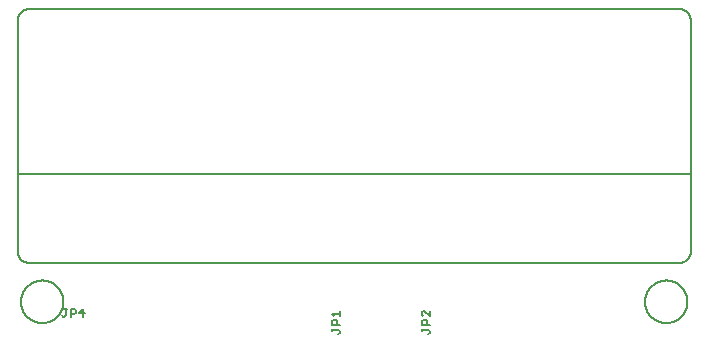
<source format=gbr>
G04 EAGLE Gerber RS-274X export*
G75*
%MOMM*%
%FSLAX34Y34*%
%LPD*%
%INSilkscreen Top*%
%IPPOS*%
%AMOC8*
5,1,8,0,0,1.08239X$1,22.5*%
G01*
%ADD10C,0.127000*%
%ADD11C,0.152400*%
%ADD12C,0.203200*%


D10*
X-285000Y0D02*
X285000Y0D01*
X285000Y130000D01*
X284997Y130242D01*
X284988Y130483D01*
X284974Y130724D01*
X284953Y130965D01*
X284927Y131205D01*
X284895Y131445D01*
X284857Y131684D01*
X284814Y131921D01*
X284764Y132158D01*
X284709Y132393D01*
X284649Y132627D01*
X284582Y132859D01*
X284511Y133090D01*
X284433Y133319D01*
X284350Y133546D01*
X284262Y133771D01*
X284168Y133994D01*
X284069Y134214D01*
X283964Y134432D01*
X283855Y134647D01*
X283740Y134860D01*
X283620Y135070D01*
X283495Y135276D01*
X283365Y135480D01*
X283230Y135681D01*
X283090Y135878D01*
X282946Y136072D01*
X282797Y136262D01*
X282643Y136448D01*
X282485Y136631D01*
X282323Y136810D01*
X282156Y136985D01*
X281985Y137156D01*
X281810Y137323D01*
X281631Y137485D01*
X281448Y137643D01*
X281262Y137797D01*
X281072Y137946D01*
X280878Y138090D01*
X280681Y138230D01*
X280480Y138365D01*
X280276Y138495D01*
X280070Y138620D01*
X279860Y138740D01*
X279647Y138855D01*
X279432Y138964D01*
X279214Y139069D01*
X278994Y139168D01*
X278771Y139262D01*
X278546Y139350D01*
X278319Y139433D01*
X278090Y139511D01*
X277859Y139582D01*
X277627Y139649D01*
X277393Y139709D01*
X277158Y139764D01*
X276921Y139814D01*
X276684Y139857D01*
X276445Y139895D01*
X276205Y139927D01*
X275965Y139953D01*
X275724Y139974D01*
X275483Y139988D01*
X275242Y139997D01*
X275000Y140000D01*
X-275000Y140000D01*
X-275242Y139997D01*
X-275483Y139988D01*
X-275724Y139974D01*
X-275965Y139953D01*
X-276205Y139927D01*
X-276445Y139895D01*
X-276684Y139857D01*
X-276921Y139814D01*
X-277158Y139764D01*
X-277393Y139709D01*
X-277627Y139649D01*
X-277859Y139582D01*
X-278090Y139511D01*
X-278319Y139433D01*
X-278546Y139350D01*
X-278771Y139262D01*
X-278994Y139168D01*
X-279214Y139069D01*
X-279432Y138964D01*
X-279647Y138855D01*
X-279860Y138740D01*
X-280070Y138620D01*
X-280276Y138495D01*
X-280480Y138365D01*
X-280681Y138230D01*
X-280878Y138090D01*
X-281072Y137946D01*
X-281262Y137797D01*
X-281448Y137643D01*
X-281631Y137485D01*
X-281810Y137323D01*
X-281985Y137156D01*
X-282156Y136985D01*
X-282323Y136810D01*
X-282485Y136631D01*
X-282643Y136448D01*
X-282797Y136262D01*
X-282946Y136072D01*
X-283090Y135878D01*
X-283230Y135681D01*
X-283365Y135480D01*
X-283495Y135276D01*
X-283620Y135070D01*
X-283740Y134860D01*
X-283855Y134647D01*
X-283964Y134432D01*
X-284069Y134214D01*
X-284168Y133994D01*
X-284262Y133771D01*
X-284350Y133546D01*
X-284433Y133319D01*
X-284511Y133090D01*
X-284582Y132859D01*
X-284649Y132627D01*
X-284709Y132393D01*
X-284764Y132158D01*
X-284814Y131921D01*
X-284857Y131684D01*
X-284895Y131445D01*
X-284927Y131205D01*
X-284953Y130965D01*
X-284974Y130724D01*
X-284988Y130483D01*
X-284997Y130242D01*
X-285000Y130000D01*
X-285000Y0D01*
X-285000Y-65000D01*
X-284997Y-65242D01*
X-284988Y-65483D01*
X-284974Y-65724D01*
X-284953Y-65965D01*
X-284927Y-66205D01*
X-284895Y-66445D01*
X-284857Y-66684D01*
X-284814Y-66921D01*
X-284764Y-67158D01*
X-284709Y-67393D01*
X-284649Y-67627D01*
X-284582Y-67859D01*
X-284511Y-68090D01*
X-284433Y-68319D01*
X-284350Y-68546D01*
X-284262Y-68771D01*
X-284168Y-68994D01*
X-284069Y-69214D01*
X-283964Y-69432D01*
X-283855Y-69647D01*
X-283740Y-69860D01*
X-283620Y-70070D01*
X-283495Y-70276D01*
X-283365Y-70480D01*
X-283230Y-70681D01*
X-283090Y-70878D01*
X-282946Y-71072D01*
X-282797Y-71262D01*
X-282643Y-71448D01*
X-282485Y-71631D01*
X-282323Y-71810D01*
X-282156Y-71985D01*
X-281985Y-72156D01*
X-281810Y-72323D01*
X-281631Y-72485D01*
X-281448Y-72643D01*
X-281262Y-72797D01*
X-281072Y-72946D01*
X-280878Y-73090D01*
X-280681Y-73230D01*
X-280480Y-73365D01*
X-280276Y-73495D01*
X-280070Y-73620D01*
X-279860Y-73740D01*
X-279647Y-73855D01*
X-279432Y-73964D01*
X-279214Y-74069D01*
X-278994Y-74168D01*
X-278771Y-74262D01*
X-278546Y-74350D01*
X-278319Y-74433D01*
X-278090Y-74511D01*
X-277859Y-74582D01*
X-277627Y-74649D01*
X-277393Y-74709D01*
X-277158Y-74764D01*
X-276921Y-74814D01*
X-276684Y-74857D01*
X-276445Y-74895D01*
X-276205Y-74927D01*
X-275965Y-74953D01*
X-275724Y-74974D01*
X-275483Y-74988D01*
X-275242Y-74997D01*
X-275000Y-75000D01*
X275000Y-75000D01*
X275242Y-74997D01*
X275483Y-74988D01*
X275724Y-74974D01*
X275965Y-74953D01*
X276205Y-74927D01*
X276445Y-74895D01*
X276684Y-74857D01*
X276921Y-74814D01*
X277158Y-74764D01*
X277393Y-74709D01*
X277627Y-74649D01*
X277859Y-74582D01*
X278090Y-74511D01*
X278319Y-74433D01*
X278546Y-74350D01*
X278771Y-74262D01*
X278994Y-74168D01*
X279214Y-74069D01*
X279432Y-73964D01*
X279647Y-73855D01*
X279860Y-73740D01*
X280070Y-73620D01*
X280276Y-73495D01*
X280480Y-73365D01*
X280681Y-73230D01*
X280878Y-73090D01*
X281072Y-72946D01*
X281262Y-72797D01*
X281448Y-72643D01*
X281631Y-72485D01*
X281810Y-72323D01*
X281985Y-72156D01*
X282156Y-71985D01*
X282323Y-71810D01*
X282485Y-71631D01*
X282643Y-71448D01*
X282797Y-71262D01*
X282946Y-71072D01*
X283090Y-70878D01*
X283230Y-70681D01*
X283365Y-70480D01*
X283495Y-70276D01*
X283620Y-70070D01*
X283740Y-69860D01*
X283855Y-69647D01*
X283964Y-69432D01*
X284069Y-69214D01*
X284168Y-68994D01*
X284262Y-68771D01*
X284350Y-68546D01*
X284433Y-68319D01*
X284511Y-68090D01*
X284582Y-67859D01*
X284649Y-67627D01*
X284709Y-67393D01*
X284764Y-67158D01*
X284814Y-66921D01*
X284857Y-66684D01*
X284895Y-66445D01*
X284927Y-66205D01*
X284953Y-65965D01*
X284974Y-65724D01*
X284988Y-65483D01*
X284997Y-65242D01*
X285000Y-65000D01*
X285000Y0D01*
D11*
X-12446Y-134127D02*
X-13548Y-135228D01*
X-12446Y-134127D02*
X-12446Y-133025D01*
X-13548Y-131924D01*
X-19056Y-131924D01*
X-19056Y-133025D02*
X-19056Y-130822D01*
X-19056Y-127744D02*
X-12446Y-127744D01*
X-19056Y-127744D02*
X-19056Y-124440D01*
X-17954Y-123338D01*
X-15751Y-123338D01*
X-14649Y-124440D01*
X-14649Y-127744D01*
X-16852Y-120260D02*
X-19056Y-118057D01*
X-12446Y-118057D01*
X-12446Y-120260D02*
X-12446Y-115854D01*
X62652Y-135228D02*
X63754Y-134127D01*
X63754Y-133025D01*
X62652Y-131924D01*
X57144Y-131924D01*
X57144Y-133025D02*
X57144Y-130822D01*
X57144Y-127744D02*
X63754Y-127744D01*
X57144Y-127744D02*
X57144Y-124440D01*
X58246Y-123338D01*
X60449Y-123338D01*
X61551Y-124440D01*
X61551Y-127744D01*
X63754Y-120260D02*
X63754Y-115854D01*
X63754Y-120260D02*
X59348Y-115854D01*
X58246Y-115854D01*
X57144Y-116955D01*
X57144Y-119159D01*
X58246Y-120260D01*
X-246548Y-120650D02*
X-247650Y-119548D01*
X-246548Y-120650D02*
X-245447Y-120650D01*
X-244345Y-119548D01*
X-244345Y-114040D01*
X-243244Y-114040D02*
X-245447Y-114040D01*
X-240166Y-114040D02*
X-240166Y-120650D01*
X-240166Y-114040D02*
X-236861Y-114040D01*
X-235759Y-115142D01*
X-235759Y-117345D01*
X-236861Y-118447D01*
X-240166Y-118447D01*
X-229377Y-120650D02*
X-229377Y-114040D01*
X-232682Y-117345D01*
X-228275Y-117345D01*
D12*
X246160Y-107950D02*
X246165Y-107508D01*
X246182Y-107067D01*
X246209Y-106626D01*
X246247Y-106186D01*
X246295Y-105747D01*
X246355Y-105309D01*
X246425Y-104873D01*
X246506Y-104438D01*
X246597Y-104006D01*
X246699Y-103576D01*
X246812Y-103149D01*
X246935Y-102725D01*
X247068Y-102304D01*
X247212Y-101886D01*
X247366Y-101472D01*
X247530Y-101062D01*
X247704Y-100656D01*
X247888Y-100254D01*
X248082Y-99857D01*
X248285Y-99465D01*
X248498Y-99078D01*
X248721Y-98696D01*
X248953Y-98320D01*
X249194Y-97950D01*
X249443Y-97585D01*
X249702Y-97227D01*
X249970Y-96876D01*
X250246Y-96531D01*
X250530Y-96193D01*
X250823Y-95862D01*
X251124Y-95538D01*
X251432Y-95222D01*
X251748Y-94914D01*
X252072Y-94613D01*
X252403Y-94320D01*
X252741Y-94036D01*
X253086Y-93760D01*
X253437Y-93492D01*
X253795Y-93233D01*
X254160Y-92984D01*
X254530Y-92743D01*
X254906Y-92511D01*
X255288Y-92288D01*
X255675Y-92075D01*
X256067Y-91872D01*
X256464Y-91678D01*
X256866Y-91494D01*
X257272Y-91320D01*
X257682Y-91156D01*
X258096Y-91002D01*
X258514Y-90858D01*
X258935Y-90725D01*
X259359Y-90602D01*
X259786Y-90489D01*
X260216Y-90387D01*
X260648Y-90296D01*
X261083Y-90215D01*
X261519Y-90145D01*
X261957Y-90085D01*
X262396Y-90037D01*
X262836Y-89999D01*
X263277Y-89972D01*
X263718Y-89955D01*
X264160Y-89950D01*
X264602Y-89955D01*
X265043Y-89972D01*
X265484Y-89999D01*
X265924Y-90037D01*
X266363Y-90085D01*
X266801Y-90145D01*
X267237Y-90215D01*
X267672Y-90296D01*
X268104Y-90387D01*
X268534Y-90489D01*
X268961Y-90602D01*
X269385Y-90725D01*
X269806Y-90858D01*
X270224Y-91002D01*
X270638Y-91156D01*
X271048Y-91320D01*
X271454Y-91494D01*
X271856Y-91678D01*
X272253Y-91872D01*
X272645Y-92075D01*
X273032Y-92288D01*
X273414Y-92511D01*
X273790Y-92743D01*
X274160Y-92984D01*
X274525Y-93233D01*
X274883Y-93492D01*
X275234Y-93760D01*
X275579Y-94036D01*
X275917Y-94320D01*
X276248Y-94613D01*
X276572Y-94914D01*
X276888Y-95222D01*
X277196Y-95538D01*
X277497Y-95862D01*
X277790Y-96193D01*
X278074Y-96531D01*
X278350Y-96876D01*
X278618Y-97227D01*
X278877Y-97585D01*
X279126Y-97950D01*
X279367Y-98320D01*
X279599Y-98696D01*
X279822Y-99078D01*
X280035Y-99465D01*
X280238Y-99857D01*
X280432Y-100254D01*
X280616Y-100656D01*
X280790Y-101062D01*
X280954Y-101472D01*
X281108Y-101886D01*
X281252Y-102304D01*
X281385Y-102725D01*
X281508Y-103149D01*
X281621Y-103576D01*
X281723Y-104006D01*
X281814Y-104438D01*
X281895Y-104873D01*
X281965Y-105309D01*
X282025Y-105747D01*
X282073Y-106186D01*
X282111Y-106626D01*
X282138Y-107067D01*
X282155Y-107508D01*
X282160Y-107950D01*
X282155Y-108392D01*
X282138Y-108833D01*
X282111Y-109274D01*
X282073Y-109714D01*
X282025Y-110153D01*
X281965Y-110591D01*
X281895Y-111027D01*
X281814Y-111462D01*
X281723Y-111894D01*
X281621Y-112324D01*
X281508Y-112751D01*
X281385Y-113175D01*
X281252Y-113596D01*
X281108Y-114014D01*
X280954Y-114428D01*
X280790Y-114838D01*
X280616Y-115244D01*
X280432Y-115646D01*
X280238Y-116043D01*
X280035Y-116435D01*
X279822Y-116822D01*
X279599Y-117204D01*
X279367Y-117580D01*
X279126Y-117950D01*
X278877Y-118315D01*
X278618Y-118673D01*
X278350Y-119024D01*
X278074Y-119369D01*
X277790Y-119707D01*
X277497Y-120038D01*
X277196Y-120362D01*
X276888Y-120678D01*
X276572Y-120986D01*
X276248Y-121287D01*
X275917Y-121580D01*
X275579Y-121864D01*
X275234Y-122140D01*
X274883Y-122408D01*
X274525Y-122667D01*
X274160Y-122916D01*
X273790Y-123157D01*
X273414Y-123389D01*
X273032Y-123612D01*
X272645Y-123825D01*
X272253Y-124028D01*
X271856Y-124222D01*
X271454Y-124406D01*
X271048Y-124580D01*
X270638Y-124744D01*
X270224Y-124898D01*
X269806Y-125042D01*
X269385Y-125175D01*
X268961Y-125298D01*
X268534Y-125411D01*
X268104Y-125513D01*
X267672Y-125604D01*
X267237Y-125685D01*
X266801Y-125755D01*
X266363Y-125815D01*
X265924Y-125863D01*
X265484Y-125901D01*
X265043Y-125928D01*
X264602Y-125945D01*
X264160Y-125950D01*
X263718Y-125945D01*
X263277Y-125928D01*
X262836Y-125901D01*
X262396Y-125863D01*
X261957Y-125815D01*
X261519Y-125755D01*
X261083Y-125685D01*
X260648Y-125604D01*
X260216Y-125513D01*
X259786Y-125411D01*
X259359Y-125298D01*
X258935Y-125175D01*
X258514Y-125042D01*
X258096Y-124898D01*
X257682Y-124744D01*
X257272Y-124580D01*
X256866Y-124406D01*
X256464Y-124222D01*
X256067Y-124028D01*
X255675Y-123825D01*
X255288Y-123612D01*
X254906Y-123389D01*
X254530Y-123157D01*
X254160Y-122916D01*
X253795Y-122667D01*
X253437Y-122408D01*
X253086Y-122140D01*
X252741Y-121864D01*
X252403Y-121580D01*
X252072Y-121287D01*
X251748Y-120986D01*
X251432Y-120678D01*
X251124Y-120362D01*
X250823Y-120038D01*
X250530Y-119707D01*
X250246Y-119369D01*
X249970Y-119024D01*
X249702Y-118673D01*
X249443Y-118315D01*
X249194Y-117950D01*
X248953Y-117580D01*
X248721Y-117204D01*
X248498Y-116822D01*
X248285Y-116435D01*
X248082Y-116043D01*
X247888Y-115646D01*
X247704Y-115244D01*
X247530Y-114838D01*
X247366Y-114428D01*
X247212Y-114014D01*
X247068Y-113596D01*
X246935Y-113175D01*
X246812Y-112751D01*
X246699Y-112324D01*
X246597Y-111894D01*
X246506Y-111462D01*
X246425Y-111027D01*
X246355Y-110591D01*
X246295Y-110153D01*
X246247Y-109714D01*
X246209Y-109274D01*
X246182Y-108833D01*
X246165Y-108392D01*
X246160Y-107950D01*
X-282160Y-107950D02*
X-282155Y-107508D01*
X-282138Y-107067D01*
X-282111Y-106626D01*
X-282073Y-106186D01*
X-282025Y-105747D01*
X-281965Y-105309D01*
X-281895Y-104873D01*
X-281814Y-104438D01*
X-281723Y-104006D01*
X-281621Y-103576D01*
X-281508Y-103149D01*
X-281385Y-102725D01*
X-281252Y-102304D01*
X-281108Y-101886D01*
X-280954Y-101472D01*
X-280790Y-101062D01*
X-280616Y-100656D01*
X-280432Y-100254D01*
X-280238Y-99857D01*
X-280035Y-99465D01*
X-279822Y-99078D01*
X-279599Y-98696D01*
X-279367Y-98320D01*
X-279126Y-97950D01*
X-278877Y-97585D01*
X-278618Y-97227D01*
X-278350Y-96876D01*
X-278074Y-96531D01*
X-277790Y-96193D01*
X-277497Y-95862D01*
X-277196Y-95538D01*
X-276888Y-95222D01*
X-276572Y-94914D01*
X-276248Y-94613D01*
X-275917Y-94320D01*
X-275579Y-94036D01*
X-275234Y-93760D01*
X-274883Y-93492D01*
X-274525Y-93233D01*
X-274160Y-92984D01*
X-273790Y-92743D01*
X-273414Y-92511D01*
X-273032Y-92288D01*
X-272645Y-92075D01*
X-272253Y-91872D01*
X-271856Y-91678D01*
X-271454Y-91494D01*
X-271048Y-91320D01*
X-270638Y-91156D01*
X-270224Y-91002D01*
X-269806Y-90858D01*
X-269385Y-90725D01*
X-268961Y-90602D01*
X-268534Y-90489D01*
X-268104Y-90387D01*
X-267672Y-90296D01*
X-267237Y-90215D01*
X-266801Y-90145D01*
X-266363Y-90085D01*
X-265924Y-90037D01*
X-265484Y-89999D01*
X-265043Y-89972D01*
X-264602Y-89955D01*
X-264160Y-89950D01*
X-263718Y-89955D01*
X-263277Y-89972D01*
X-262836Y-89999D01*
X-262396Y-90037D01*
X-261957Y-90085D01*
X-261519Y-90145D01*
X-261083Y-90215D01*
X-260648Y-90296D01*
X-260216Y-90387D01*
X-259786Y-90489D01*
X-259359Y-90602D01*
X-258935Y-90725D01*
X-258514Y-90858D01*
X-258096Y-91002D01*
X-257682Y-91156D01*
X-257272Y-91320D01*
X-256866Y-91494D01*
X-256464Y-91678D01*
X-256067Y-91872D01*
X-255675Y-92075D01*
X-255288Y-92288D01*
X-254906Y-92511D01*
X-254530Y-92743D01*
X-254160Y-92984D01*
X-253795Y-93233D01*
X-253437Y-93492D01*
X-253086Y-93760D01*
X-252741Y-94036D01*
X-252403Y-94320D01*
X-252072Y-94613D01*
X-251748Y-94914D01*
X-251432Y-95222D01*
X-251124Y-95538D01*
X-250823Y-95862D01*
X-250530Y-96193D01*
X-250246Y-96531D01*
X-249970Y-96876D01*
X-249702Y-97227D01*
X-249443Y-97585D01*
X-249194Y-97950D01*
X-248953Y-98320D01*
X-248721Y-98696D01*
X-248498Y-99078D01*
X-248285Y-99465D01*
X-248082Y-99857D01*
X-247888Y-100254D01*
X-247704Y-100656D01*
X-247530Y-101062D01*
X-247366Y-101472D01*
X-247212Y-101886D01*
X-247068Y-102304D01*
X-246935Y-102725D01*
X-246812Y-103149D01*
X-246699Y-103576D01*
X-246597Y-104006D01*
X-246506Y-104438D01*
X-246425Y-104873D01*
X-246355Y-105309D01*
X-246295Y-105747D01*
X-246247Y-106186D01*
X-246209Y-106626D01*
X-246182Y-107067D01*
X-246165Y-107508D01*
X-246160Y-107950D01*
X-246165Y-108392D01*
X-246182Y-108833D01*
X-246209Y-109274D01*
X-246247Y-109714D01*
X-246295Y-110153D01*
X-246355Y-110591D01*
X-246425Y-111027D01*
X-246506Y-111462D01*
X-246597Y-111894D01*
X-246699Y-112324D01*
X-246812Y-112751D01*
X-246935Y-113175D01*
X-247068Y-113596D01*
X-247212Y-114014D01*
X-247366Y-114428D01*
X-247530Y-114838D01*
X-247704Y-115244D01*
X-247888Y-115646D01*
X-248082Y-116043D01*
X-248285Y-116435D01*
X-248498Y-116822D01*
X-248721Y-117204D01*
X-248953Y-117580D01*
X-249194Y-117950D01*
X-249443Y-118315D01*
X-249702Y-118673D01*
X-249970Y-119024D01*
X-250246Y-119369D01*
X-250530Y-119707D01*
X-250823Y-120038D01*
X-251124Y-120362D01*
X-251432Y-120678D01*
X-251748Y-120986D01*
X-252072Y-121287D01*
X-252403Y-121580D01*
X-252741Y-121864D01*
X-253086Y-122140D01*
X-253437Y-122408D01*
X-253795Y-122667D01*
X-254160Y-122916D01*
X-254530Y-123157D01*
X-254906Y-123389D01*
X-255288Y-123612D01*
X-255675Y-123825D01*
X-256067Y-124028D01*
X-256464Y-124222D01*
X-256866Y-124406D01*
X-257272Y-124580D01*
X-257682Y-124744D01*
X-258096Y-124898D01*
X-258514Y-125042D01*
X-258935Y-125175D01*
X-259359Y-125298D01*
X-259786Y-125411D01*
X-260216Y-125513D01*
X-260648Y-125604D01*
X-261083Y-125685D01*
X-261519Y-125755D01*
X-261957Y-125815D01*
X-262396Y-125863D01*
X-262836Y-125901D01*
X-263277Y-125928D01*
X-263718Y-125945D01*
X-264160Y-125950D01*
X-264602Y-125945D01*
X-265043Y-125928D01*
X-265484Y-125901D01*
X-265924Y-125863D01*
X-266363Y-125815D01*
X-266801Y-125755D01*
X-267237Y-125685D01*
X-267672Y-125604D01*
X-268104Y-125513D01*
X-268534Y-125411D01*
X-268961Y-125298D01*
X-269385Y-125175D01*
X-269806Y-125042D01*
X-270224Y-124898D01*
X-270638Y-124744D01*
X-271048Y-124580D01*
X-271454Y-124406D01*
X-271856Y-124222D01*
X-272253Y-124028D01*
X-272645Y-123825D01*
X-273032Y-123612D01*
X-273414Y-123389D01*
X-273790Y-123157D01*
X-274160Y-122916D01*
X-274525Y-122667D01*
X-274883Y-122408D01*
X-275234Y-122140D01*
X-275579Y-121864D01*
X-275917Y-121580D01*
X-276248Y-121287D01*
X-276572Y-120986D01*
X-276888Y-120678D01*
X-277196Y-120362D01*
X-277497Y-120038D01*
X-277790Y-119707D01*
X-278074Y-119369D01*
X-278350Y-119024D01*
X-278618Y-118673D01*
X-278877Y-118315D01*
X-279126Y-117950D01*
X-279367Y-117580D01*
X-279599Y-117204D01*
X-279822Y-116822D01*
X-280035Y-116435D01*
X-280238Y-116043D01*
X-280432Y-115646D01*
X-280616Y-115244D01*
X-280790Y-114838D01*
X-280954Y-114428D01*
X-281108Y-114014D01*
X-281252Y-113596D01*
X-281385Y-113175D01*
X-281508Y-112751D01*
X-281621Y-112324D01*
X-281723Y-111894D01*
X-281814Y-111462D01*
X-281895Y-111027D01*
X-281965Y-110591D01*
X-282025Y-110153D01*
X-282073Y-109714D01*
X-282111Y-109274D01*
X-282138Y-108833D01*
X-282155Y-108392D01*
X-282160Y-107950D01*
M02*

</source>
